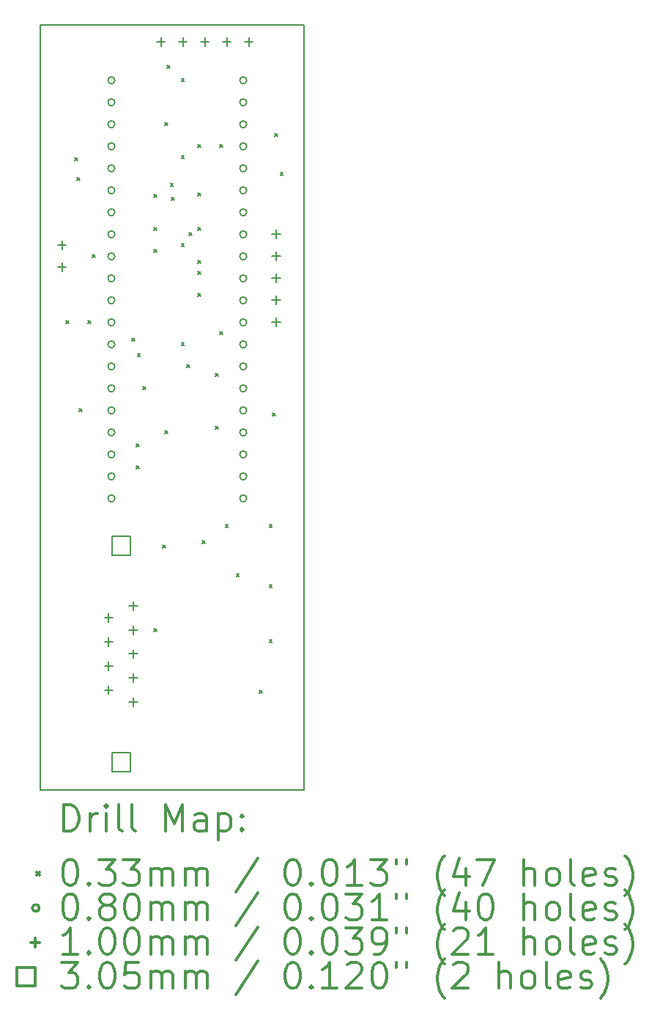
<source format=gbr>
%FSLAX45Y45*%
G04 Gerber Fmt 4.5, Leading zero omitted, Abs format (unit mm)*
G04 Created by KiCad (PCBNEW (5.1.5)-3) date 2020-01-05 20:33:49*
%MOMM*%
%LPD*%
G04 APERTURE LIST*
%TA.AperFunction,Profile*%
%ADD10C,0.150000*%
%TD*%
%ADD11C,0.200000*%
%ADD12C,0.300000*%
G04 APERTURE END LIST*
D10*
X9334500Y-18351500D02*
X9334500Y-9525000D01*
X12382500Y-18351500D02*
X9334500Y-18351500D01*
X12382500Y-9525000D02*
X12382500Y-18351500D01*
X9334500Y-9525000D02*
X12382500Y-9525000D01*
D11*
X9635490Y-12937490D02*
X9668510Y-12970510D01*
X9668510Y-12937490D02*
X9635490Y-12970510D01*
X9737090Y-11057890D02*
X9770110Y-11090910D01*
X9770110Y-11057890D02*
X9737090Y-11090910D01*
X9762490Y-11286490D02*
X9795510Y-11319510D01*
X9795510Y-11286490D02*
X9762490Y-11319510D01*
X9787890Y-13953490D02*
X9820910Y-13986510D01*
X9820910Y-13953490D02*
X9787890Y-13986510D01*
X9889490Y-12937490D02*
X9922510Y-12970510D01*
X9922510Y-12937490D02*
X9889490Y-12970510D01*
X9940290Y-12175490D02*
X9973310Y-12208510D01*
X9973310Y-12175490D02*
X9940290Y-12208510D01*
X10397490Y-13140690D02*
X10430510Y-13173710D01*
X10430510Y-13140690D02*
X10397490Y-13173710D01*
X10448290Y-14359890D02*
X10481310Y-14392910D01*
X10481310Y-14359890D02*
X10448290Y-14392910D01*
X10448290Y-14613890D02*
X10481310Y-14646910D01*
X10481310Y-14613890D02*
X10448290Y-14646910D01*
X10460990Y-13318490D02*
X10494010Y-13351510D01*
X10494010Y-13318490D02*
X10460990Y-13351510D01*
X10524490Y-13699490D02*
X10557510Y-13732510D01*
X10557510Y-13699490D02*
X10524490Y-13732510D01*
X10651490Y-11476990D02*
X10684510Y-11510010D01*
X10684510Y-11476990D02*
X10651490Y-11510010D01*
X10651490Y-11857990D02*
X10684510Y-11891010D01*
X10684510Y-11857990D02*
X10651490Y-11891010D01*
X10651490Y-12111990D02*
X10684510Y-12145010D01*
X10684510Y-12111990D02*
X10651490Y-12145010D01*
X10651490Y-16493490D02*
X10684510Y-16526510D01*
X10684510Y-16493490D02*
X10651490Y-16526510D01*
X10753090Y-15528290D02*
X10786110Y-15561310D01*
X10786110Y-15528290D02*
X10753090Y-15561310D01*
X10778490Y-10651490D02*
X10811510Y-10684510D01*
X10811510Y-10651490D02*
X10778490Y-10684510D01*
X10778490Y-14207490D02*
X10811510Y-14240510D01*
X10811510Y-14207490D02*
X10778490Y-14240510D01*
X10803890Y-9991090D02*
X10836910Y-10024110D01*
X10836910Y-9991090D02*
X10803890Y-10024110D01*
X10841990Y-11349990D02*
X10875010Y-11383010D01*
X10875010Y-11349990D02*
X10841990Y-11383010D01*
X10854690Y-11515090D02*
X10887710Y-11548110D01*
X10887710Y-11515090D02*
X10854690Y-11548110D01*
X10968990Y-10143490D02*
X11002010Y-10176510D01*
X11002010Y-10143490D02*
X10968990Y-10176510D01*
X10968990Y-11032490D02*
X11002010Y-11065510D01*
X11002010Y-11032490D02*
X10968990Y-11065510D01*
X10968990Y-12048490D02*
X11002010Y-12081510D01*
X11002010Y-12048490D02*
X10968990Y-12081510D01*
X10968990Y-13191490D02*
X11002010Y-13224510D01*
X11002010Y-13191490D02*
X10968990Y-13224510D01*
X11032490Y-13445490D02*
X11065510Y-13478510D01*
X11065510Y-13445490D02*
X11032490Y-13478510D01*
X11057890Y-11921490D02*
X11090910Y-11954510D01*
X11090910Y-11921490D02*
X11057890Y-11954510D01*
X11159490Y-10905490D02*
X11192510Y-10938510D01*
X11192510Y-10905490D02*
X11159490Y-10938510D01*
X11159490Y-11464290D02*
X11192510Y-11497310D01*
X11192510Y-11464290D02*
X11159490Y-11497310D01*
X11159490Y-11857990D02*
X11192510Y-11891010D01*
X11192510Y-11857990D02*
X11159490Y-11891010D01*
X11159490Y-12238990D02*
X11192510Y-12272010D01*
X11192510Y-12238990D02*
X11159490Y-12272010D01*
X11159490Y-12365990D02*
X11192510Y-12399010D01*
X11192510Y-12365990D02*
X11159490Y-12399010D01*
X11159490Y-12619990D02*
X11192510Y-12653010D01*
X11192510Y-12619990D02*
X11159490Y-12653010D01*
X11210290Y-15477490D02*
X11243310Y-15510510D01*
X11243310Y-15477490D02*
X11210290Y-15510510D01*
X11362690Y-13547090D02*
X11395710Y-13580110D01*
X11395710Y-13547090D02*
X11362690Y-13580110D01*
X11362690Y-14156690D02*
X11395710Y-14189710D01*
X11395710Y-14156690D02*
X11362690Y-14189710D01*
X11413490Y-10905490D02*
X11446510Y-10938510D01*
X11446510Y-10905490D02*
X11413490Y-10938510D01*
X11413490Y-13064490D02*
X11446510Y-13097510D01*
X11446510Y-13064490D02*
X11413490Y-13097510D01*
X11476990Y-15286990D02*
X11510010Y-15320010D01*
X11510010Y-15286990D02*
X11476990Y-15320010D01*
X11603990Y-15858490D02*
X11637010Y-15891510D01*
X11637010Y-15858490D02*
X11603990Y-15891510D01*
X11870690Y-17204690D02*
X11903710Y-17237710D01*
X11903710Y-17204690D02*
X11870690Y-17237710D01*
X11984990Y-15286990D02*
X12018010Y-15320010D01*
X12018010Y-15286990D02*
X11984990Y-15320010D01*
X11984990Y-15985490D02*
X12018010Y-16018510D01*
X12018010Y-15985490D02*
X11984990Y-16018510D01*
X11984990Y-16620490D02*
X12018010Y-16653510D01*
X12018010Y-16620490D02*
X11984990Y-16653510D01*
X12023090Y-14004290D02*
X12056110Y-14037310D01*
X12056110Y-14004290D02*
X12023090Y-14037310D01*
X12048490Y-10778490D02*
X12081510Y-10811510D01*
X12081510Y-10778490D02*
X12048490Y-10811510D01*
X12111990Y-11222990D02*
X12145010Y-11256010D01*
X12145010Y-11222990D02*
X12111990Y-11256010D01*
X10200000Y-10160000D02*
G75*
G03X10200000Y-10160000I-40000J0D01*
G01*
X10200000Y-10414000D02*
G75*
G03X10200000Y-10414000I-40000J0D01*
G01*
X10200000Y-10668000D02*
G75*
G03X10200000Y-10668000I-40000J0D01*
G01*
X10200000Y-10922000D02*
G75*
G03X10200000Y-10922000I-40000J0D01*
G01*
X10200000Y-11176000D02*
G75*
G03X10200000Y-11176000I-40000J0D01*
G01*
X10200000Y-11430000D02*
G75*
G03X10200000Y-11430000I-40000J0D01*
G01*
X10200000Y-11684000D02*
G75*
G03X10200000Y-11684000I-40000J0D01*
G01*
X10200000Y-11938000D02*
G75*
G03X10200000Y-11938000I-40000J0D01*
G01*
X10200000Y-12192000D02*
G75*
G03X10200000Y-12192000I-40000J0D01*
G01*
X10200000Y-12446000D02*
G75*
G03X10200000Y-12446000I-40000J0D01*
G01*
X10200000Y-12700000D02*
G75*
G03X10200000Y-12700000I-40000J0D01*
G01*
X10200000Y-12954000D02*
G75*
G03X10200000Y-12954000I-40000J0D01*
G01*
X10200000Y-13208000D02*
G75*
G03X10200000Y-13208000I-40000J0D01*
G01*
X10200000Y-13462000D02*
G75*
G03X10200000Y-13462000I-40000J0D01*
G01*
X10200000Y-13716000D02*
G75*
G03X10200000Y-13716000I-40000J0D01*
G01*
X10200000Y-13970000D02*
G75*
G03X10200000Y-13970000I-40000J0D01*
G01*
X10200000Y-14224000D02*
G75*
G03X10200000Y-14224000I-40000J0D01*
G01*
X10200000Y-14478000D02*
G75*
G03X10200000Y-14478000I-40000J0D01*
G01*
X10200000Y-14732000D02*
G75*
G03X10200000Y-14732000I-40000J0D01*
G01*
X10200000Y-14986000D02*
G75*
G03X10200000Y-14986000I-40000J0D01*
G01*
X11724000Y-10160000D02*
G75*
G03X11724000Y-10160000I-40000J0D01*
G01*
X11724000Y-10414000D02*
G75*
G03X11724000Y-10414000I-40000J0D01*
G01*
X11724000Y-10668000D02*
G75*
G03X11724000Y-10668000I-40000J0D01*
G01*
X11724000Y-10922000D02*
G75*
G03X11724000Y-10922000I-40000J0D01*
G01*
X11724000Y-11176000D02*
G75*
G03X11724000Y-11176000I-40000J0D01*
G01*
X11724000Y-11430000D02*
G75*
G03X11724000Y-11430000I-40000J0D01*
G01*
X11724000Y-11684000D02*
G75*
G03X11724000Y-11684000I-40000J0D01*
G01*
X11724000Y-11938000D02*
G75*
G03X11724000Y-11938000I-40000J0D01*
G01*
X11724000Y-12192000D02*
G75*
G03X11724000Y-12192000I-40000J0D01*
G01*
X11724000Y-12446000D02*
G75*
G03X11724000Y-12446000I-40000J0D01*
G01*
X11724000Y-12700000D02*
G75*
G03X11724000Y-12700000I-40000J0D01*
G01*
X11724000Y-12954000D02*
G75*
G03X11724000Y-12954000I-40000J0D01*
G01*
X11724000Y-13208000D02*
G75*
G03X11724000Y-13208000I-40000J0D01*
G01*
X11724000Y-13462000D02*
G75*
G03X11724000Y-13462000I-40000J0D01*
G01*
X11724000Y-13716000D02*
G75*
G03X11724000Y-13716000I-40000J0D01*
G01*
X11724000Y-13970000D02*
G75*
G03X11724000Y-13970000I-40000J0D01*
G01*
X11724000Y-14224000D02*
G75*
G03X11724000Y-14224000I-40000J0D01*
G01*
X11724000Y-14478000D02*
G75*
G03X11724000Y-14478000I-40000J0D01*
G01*
X11724000Y-14732000D02*
G75*
G03X11724000Y-14732000I-40000J0D01*
G01*
X11724000Y-14986000D02*
G75*
G03X11724000Y-14986000I-40000J0D01*
G01*
X9588500Y-12015000D02*
X9588500Y-12115000D01*
X9538500Y-12065000D02*
X9638500Y-12065000D01*
X9588500Y-12269000D02*
X9588500Y-12369000D01*
X9538500Y-12319000D02*
X9638500Y-12319000D01*
X10130000Y-16316000D02*
X10130000Y-16416000D01*
X10080000Y-16366000D02*
X10180000Y-16366000D01*
X10130000Y-16593000D02*
X10130000Y-16693000D01*
X10080000Y-16643000D02*
X10180000Y-16643000D01*
X10130000Y-16870000D02*
X10130000Y-16970000D01*
X10080000Y-16920000D02*
X10180000Y-16920000D01*
X10130000Y-17147000D02*
X10130000Y-17247000D01*
X10080000Y-17197000D02*
X10180000Y-17197000D01*
X10414000Y-16177500D02*
X10414000Y-16277500D01*
X10364000Y-16227500D02*
X10464000Y-16227500D01*
X10414000Y-16454500D02*
X10414000Y-16554500D01*
X10364000Y-16504500D02*
X10464000Y-16504500D01*
X10414000Y-16731500D02*
X10414000Y-16831500D01*
X10364000Y-16781500D02*
X10464000Y-16781500D01*
X10414000Y-17008500D02*
X10414000Y-17108500D01*
X10364000Y-17058500D02*
X10464000Y-17058500D01*
X10414000Y-17285500D02*
X10414000Y-17385500D01*
X10364000Y-17335500D02*
X10464000Y-17335500D01*
X12065000Y-11888000D02*
X12065000Y-11988000D01*
X12015000Y-11938000D02*
X12115000Y-11938000D01*
X12065000Y-12142000D02*
X12065000Y-12242000D01*
X12015000Y-12192000D02*
X12115000Y-12192000D01*
X12065000Y-12396000D02*
X12065000Y-12496000D01*
X12015000Y-12446000D02*
X12115000Y-12446000D01*
X12065000Y-12650000D02*
X12065000Y-12750000D01*
X12015000Y-12700000D02*
X12115000Y-12700000D01*
X12065000Y-12904000D02*
X12065000Y-13004000D01*
X12015000Y-12954000D02*
X12115000Y-12954000D01*
X10731500Y-9665500D02*
X10731500Y-9765500D01*
X10681500Y-9715500D02*
X10781500Y-9715500D01*
X10985500Y-9665500D02*
X10985500Y-9765500D01*
X10935500Y-9715500D02*
X11035500Y-9715500D01*
X11239500Y-9665500D02*
X11239500Y-9765500D01*
X11189500Y-9715500D02*
X11289500Y-9715500D01*
X11493500Y-9665500D02*
X11493500Y-9765500D01*
X11443500Y-9715500D02*
X11543500Y-9715500D01*
X11747500Y-9665500D02*
X11747500Y-9765500D01*
X11697500Y-9715500D02*
X11797500Y-9715500D01*
X10379835Y-15639835D02*
X10379835Y-15424165D01*
X10164165Y-15424165D01*
X10164165Y-15639835D01*
X10379835Y-15639835D01*
X10379835Y-18138835D02*
X10379835Y-17923165D01*
X10164165Y-17923165D01*
X10164165Y-18138835D01*
X10379835Y-18138835D01*
D12*
X9613428Y-18824714D02*
X9613428Y-18524714D01*
X9684857Y-18524714D01*
X9727714Y-18539000D01*
X9756286Y-18567572D01*
X9770571Y-18596143D01*
X9784857Y-18653286D01*
X9784857Y-18696143D01*
X9770571Y-18753286D01*
X9756286Y-18781857D01*
X9727714Y-18810429D01*
X9684857Y-18824714D01*
X9613428Y-18824714D01*
X9913428Y-18824714D02*
X9913428Y-18624714D01*
X9913428Y-18681857D02*
X9927714Y-18653286D01*
X9942000Y-18639000D01*
X9970571Y-18624714D01*
X9999143Y-18624714D01*
X10099143Y-18824714D02*
X10099143Y-18624714D01*
X10099143Y-18524714D02*
X10084857Y-18539000D01*
X10099143Y-18553286D01*
X10113428Y-18539000D01*
X10099143Y-18524714D01*
X10099143Y-18553286D01*
X10284857Y-18824714D02*
X10256286Y-18810429D01*
X10242000Y-18781857D01*
X10242000Y-18524714D01*
X10442000Y-18824714D02*
X10413428Y-18810429D01*
X10399143Y-18781857D01*
X10399143Y-18524714D01*
X10784857Y-18824714D02*
X10784857Y-18524714D01*
X10884857Y-18739000D01*
X10984857Y-18524714D01*
X10984857Y-18824714D01*
X11256286Y-18824714D02*
X11256286Y-18667572D01*
X11242000Y-18639000D01*
X11213428Y-18624714D01*
X11156286Y-18624714D01*
X11127714Y-18639000D01*
X11256286Y-18810429D02*
X11227714Y-18824714D01*
X11156286Y-18824714D01*
X11127714Y-18810429D01*
X11113428Y-18781857D01*
X11113428Y-18753286D01*
X11127714Y-18724714D01*
X11156286Y-18710429D01*
X11227714Y-18710429D01*
X11256286Y-18696143D01*
X11399143Y-18624714D02*
X11399143Y-18924714D01*
X11399143Y-18639000D02*
X11427714Y-18624714D01*
X11484857Y-18624714D01*
X11513428Y-18639000D01*
X11527714Y-18653286D01*
X11542000Y-18681857D01*
X11542000Y-18767572D01*
X11527714Y-18796143D01*
X11513428Y-18810429D01*
X11484857Y-18824714D01*
X11427714Y-18824714D01*
X11399143Y-18810429D01*
X11670571Y-18796143D02*
X11684857Y-18810429D01*
X11670571Y-18824714D01*
X11656286Y-18810429D01*
X11670571Y-18796143D01*
X11670571Y-18824714D01*
X11670571Y-18639000D02*
X11684857Y-18653286D01*
X11670571Y-18667572D01*
X11656286Y-18653286D01*
X11670571Y-18639000D01*
X11670571Y-18667572D01*
X9293980Y-19302490D02*
X9327000Y-19335510D01*
X9327000Y-19302490D02*
X9293980Y-19335510D01*
X9670571Y-19154714D02*
X9699143Y-19154714D01*
X9727714Y-19169000D01*
X9742000Y-19183286D01*
X9756286Y-19211857D01*
X9770571Y-19269000D01*
X9770571Y-19340429D01*
X9756286Y-19397572D01*
X9742000Y-19426143D01*
X9727714Y-19440429D01*
X9699143Y-19454714D01*
X9670571Y-19454714D01*
X9642000Y-19440429D01*
X9627714Y-19426143D01*
X9613428Y-19397572D01*
X9599143Y-19340429D01*
X9599143Y-19269000D01*
X9613428Y-19211857D01*
X9627714Y-19183286D01*
X9642000Y-19169000D01*
X9670571Y-19154714D01*
X9899143Y-19426143D02*
X9913428Y-19440429D01*
X9899143Y-19454714D01*
X9884857Y-19440429D01*
X9899143Y-19426143D01*
X9899143Y-19454714D01*
X10013428Y-19154714D02*
X10199143Y-19154714D01*
X10099143Y-19269000D01*
X10142000Y-19269000D01*
X10170571Y-19283286D01*
X10184857Y-19297572D01*
X10199143Y-19326143D01*
X10199143Y-19397572D01*
X10184857Y-19426143D01*
X10170571Y-19440429D01*
X10142000Y-19454714D01*
X10056286Y-19454714D01*
X10027714Y-19440429D01*
X10013428Y-19426143D01*
X10299143Y-19154714D02*
X10484857Y-19154714D01*
X10384857Y-19269000D01*
X10427714Y-19269000D01*
X10456286Y-19283286D01*
X10470571Y-19297572D01*
X10484857Y-19326143D01*
X10484857Y-19397572D01*
X10470571Y-19426143D01*
X10456286Y-19440429D01*
X10427714Y-19454714D01*
X10342000Y-19454714D01*
X10313428Y-19440429D01*
X10299143Y-19426143D01*
X10613428Y-19454714D02*
X10613428Y-19254714D01*
X10613428Y-19283286D02*
X10627714Y-19269000D01*
X10656286Y-19254714D01*
X10699143Y-19254714D01*
X10727714Y-19269000D01*
X10742000Y-19297572D01*
X10742000Y-19454714D01*
X10742000Y-19297572D02*
X10756286Y-19269000D01*
X10784857Y-19254714D01*
X10827714Y-19254714D01*
X10856286Y-19269000D01*
X10870571Y-19297572D01*
X10870571Y-19454714D01*
X11013428Y-19454714D02*
X11013428Y-19254714D01*
X11013428Y-19283286D02*
X11027714Y-19269000D01*
X11056286Y-19254714D01*
X11099143Y-19254714D01*
X11127714Y-19269000D01*
X11142000Y-19297572D01*
X11142000Y-19454714D01*
X11142000Y-19297572D02*
X11156286Y-19269000D01*
X11184857Y-19254714D01*
X11227714Y-19254714D01*
X11256286Y-19269000D01*
X11270571Y-19297572D01*
X11270571Y-19454714D01*
X11856286Y-19140429D02*
X11599143Y-19526143D01*
X12242000Y-19154714D02*
X12270571Y-19154714D01*
X12299143Y-19169000D01*
X12313428Y-19183286D01*
X12327714Y-19211857D01*
X12342000Y-19269000D01*
X12342000Y-19340429D01*
X12327714Y-19397572D01*
X12313428Y-19426143D01*
X12299143Y-19440429D01*
X12270571Y-19454714D01*
X12242000Y-19454714D01*
X12213428Y-19440429D01*
X12199143Y-19426143D01*
X12184857Y-19397572D01*
X12170571Y-19340429D01*
X12170571Y-19269000D01*
X12184857Y-19211857D01*
X12199143Y-19183286D01*
X12213428Y-19169000D01*
X12242000Y-19154714D01*
X12470571Y-19426143D02*
X12484857Y-19440429D01*
X12470571Y-19454714D01*
X12456286Y-19440429D01*
X12470571Y-19426143D01*
X12470571Y-19454714D01*
X12670571Y-19154714D02*
X12699143Y-19154714D01*
X12727714Y-19169000D01*
X12742000Y-19183286D01*
X12756286Y-19211857D01*
X12770571Y-19269000D01*
X12770571Y-19340429D01*
X12756286Y-19397572D01*
X12742000Y-19426143D01*
X12727714Y-19440429D01*
X12699143Y-19454714D01*
X12670571Y-19454714D01*
X12642000Y-19440429D01*
X12627714Y-19426143D01*
X12613428Y-19397572D01*
X12599143Y-19340429D01*
X12599143Y-19269000D01*
X12613428Y-19211857D01*
X12627714Y-19183286D01*
X12642000Y-19169000D01*
X12670571Y-19154714D01*
X13056286Y-19454714D02*
X12884857Y-19454714D01*
X12970571Y-19454714D02*
X12970571Y-19154714D01*
X12942000Y-19197572D01*
X12913428Y-19226143D01*
X12884857Y-19240429D01*
X13156286Y-19154714D02*
X13342000Y-19154714D01*
X13242000Y-19269000D01*
X13284857Y-19269000D01*
X13313428Y-19283286D01*
X13327714Y-19297572D01*
X13342000Y-19326143D01*
X13342000Y-19397572D01*
X13327714Y-19426143D01*
X13313428Y-19440429D01*
X13284857Y-19454714D01*
X13199143Y-19454714D01*
X13170571Y-19440429D01*
X13156286Y-19426143D01*
X13456286Y-19154714D02*
X13456286Y-19211857D01*
X13570571Y-19154714D02*
X13570571Y-19211857D01*
X14013428Y-19569000D02*
X13999143Y-19554714D01*
X13970571Y-19511857D01*
X13956286Y-19483286D01*
X13942000Y-19440429D01*
X13927714Y-19369000D01*
X13927714Y-19311857D01*
X13942000Y-19240429D01*
X13956286Y-19197572D01*
X13970571Y-19169000D01*
X13999143Y-19126143D01*
X14013428Y-19111857D01*
X14256286Y-19254714D02*
X14256286Y-19454714D01*
X14184857Y-19140429D02*
X14113428Y-19354714D01*
X14299143Y-19354714D01*
X14384857Y-19154714D02*
X14584857Y-19154714D01*
X14456286Y-19454714D01*
X14927714Y-19454714D02*
X14927714Y-19154714D01*
X15056286Y-19454714D02*
X15056286Y-19297572D01*
X15042000Y-19269000D01*
X15013428Y-19254714D01*
X14970571Y-19254714D01*
X14942000Y-19269000D01*
X14927714Y-19283286D01*
X15242000Y-19454714D02*
X15213428Y-19440429D01*
X15199143Y-19426143D01*
X15184857Y-19397572D01*
X15184857Y-19311857D01*
X15199143Y-19283286D01*
X15213428Y-19269000D01*
X15242000Y-19254714D01*
X15284857Y-19254714D01*
X15313428Y-19269000D01*
X15327714Y-19283286D01*
X15342000Y-19311857D01*
X15342000Y-19397572D01*
X15327714Y-19426143D01*
X15313428Y-19440429D01*
X15284857Y-19454714D01*
X15242000Y-19454714D01*
X15513428Y-19454714D02*
X15484857Y-19440429D01*
X15470571Y-19411857D01*
X15470571Y-19154714D01*
X15742000Y-19440429D02*
X15713428Y-19454714D01*
X15656286Y-19454714D01*
X15627714Y-19440429D01*
X15613428Y-19411857D01*
X15613428Y-19297572D01*
X15627714Y-19269000D01*
X15656286Y-19254714D01*
X15713428Y-19254714D01*
X15742000Y-19269000D01*
X15756286Y-19297572D01*
X15756286Y-19326143D01*
X15613428Y-19354714D01*
X15870571Y-19440429D02*
X15899143Y-19454714D01*
X15956286Y-19454714D01*
X15984857Y-19440429D01*
X15999143Y-19411857D01*
X15999143Y-19397572D01*
X15984857Y-19369000D01*
X15956286Y-19354714D01*
X15913428Y-19354714D01*
X15884857Y-19340429D01*
X15870571Y-19311857D01*
X15870571Y-19297572D01*
X15884857Y-19269000D01*
X15913428Y-19254714D01*
X15956286Y-19254714D01*
X15984857Y-19269000D01*
X16099143Y-19569000D02*
X16113428Y-19554714D01*
X16142000Y-19511857D01*
X16156286Y-19483286D01*
X16170571Y-19440429D01*
X16184857Y-19369000D01*
X16184857Y-19311857D01*
X16170571Y-19240429D01*
X16156286Y-19197572D01*
X16142000Y-19169000D01*
X16113428Y-19126143D01*
X16099143Y-19111857D01*
X9327000Y-19715000D02*
G75*
G03X9327000Y-19715000I-40000J0D01*
G01*
X9670571Y-19550714D02*
X9699143Y-19550714D01*
X9727714Y-19565000D01*
X9742000Y-19579286D01*
X9756286Y-19607857D01*
X9770571Y-19665000D01*
X9770571Y-19736429D01*
X9756286Y-19793572D01*
X9742000Y-19822143D01*
X9727714Y-19836429D01*
X9699143Y-19850714D01*
X9670571Y-19850714D01*
X9642000Y-19836429D01*
X9627714Y-19822143D01*
X9613428Y-19793572D01*
X9599143Y-19736429D01*
X9599143Y-19665000D01*
X9613428Y-19607857D01*
X9627714Y-19579286D01*
X9642000Y-19565000D01*
X9670571Y-19550714D01*
X9899143Y-19822143D02*
X9913428Y-19836429D01*
X9899143Y-19850714D01*
X9884857Y-19836429D01*
X9899143Y-19822143D01*
X9899143Y-19850714D01*
X10084857Y-19679286D02*
X10056286Y-19665000D01*
X10042000Y-19650714D01*
X10027714Y-19622143D01*
X10027714Y-19607857D01*
X10042000Y-19579286D01*
X10056286Y-19565000D01*
X10084857Y-19550714D01*
X10142000Y-19550714D01*
X10170571Y-19565000D01*
X10184857Y-19579286D01*
X10199143Y-19607857D01*
X10199143Y-19622143D01*
X10184857Y-19650714D01*
X10170571Y-19665000D01*
X10142000Y-19679286D01*
X10084857Y-19679286D01*
X10056286Y-19693572D01*
X10042000Y-19707857D01*
X10027714Y-19736429D01*
X10027714Y-19793572D01*
X10042000Y-19822143D01*
X10056286Y-19836429D01*
X10084857Y-19850714D01*
X10142000Y-19850714D01*
X10170571Y-19836429D01*
X10184857Y-19822143D01*
X10199143Y-19793572D01*
X10199143Y-19736429D01*
X10184857Y-19707857D01*
X10170571Y-19693572D01*
X10142000Y-19679286D01*
X10384857Y-19550714D02*
X10413428Y-19550714D01*
X10442000Y-19565000D01*
X10456286Y-19579286D01*
X10470571Y-19607857D01*
X10484857Y-19665000D01*
X10484857Y-19736429D01*
X10470571Y-19793572D01*
X10456286Y-19822143D01*
X10442000Y-19836429D01*
X10413428Y-19850714D01*
X10384857Y-19850714D01*
X10356286Y-19836429D01*
X10342000Y-19822143D01*
X10327714Y-19793572D01*
X10313428Y-19736429D01*
X10313428Y-19665000D01*
X10327714Y-19607857D01*
X10342000Y-19579286D01*
X10356286Y-19565000D01*
X10384857Y-19550714D01*
X10613428Y-19850714D02*
X10613428Y-19650714D01*
X10613428Y-19679286D02*
X10627714Y-19665000D01*
X10656286Y-19650714D01*
X10699143Y-19650714D01*
X10727714Y-19665000D01*
X10742000Y-19693572D01*
X10742000Y-19850714D01*
X10742000Y-19693572D02*
X10756286Y-19665000D01*
X10784857Y-19650714D01*
X10827714Y-19650714D01*
X10856286Y-19665000D01*
X10870571Y-19693572D01*
X10870571Y-19850714D01*
X11013428Y-19850714D02*
X11013428Y-19650714D01*
X11013428Y-19679286D02*
X11027714Y-19665000D01*
X11056286Y-19650714D01*
X11099143Y-19650714D01*
X11127714Y-19665000D01*
X11142000Y-19693572D01*
X11142000Y-19850714D01*
X11142000Y-19693572D02*
X11156286Y-19665000D01*
X11184857Y-19650714D01*
X11227714Y-19650714D01*
X11256286Y-19665000D01*
X11270571Y-19693572D01*
X11270571Y-19850714D01*
X11856286Y-19536429D02*
X11599143Y-19922143D01*
X12242000Y-19550714D02*
X12270571Y-19550714D01*
X12299143Y-19565000D01*
X12313428Y-19579286D01*
X12327714Y-19607857D01*
X12342000Y-19665000D01*
X12342000Y-19736429D01*
X12327714Y-19793572D01*
X12313428Y-19822143D01*
X12299143Y-19836429D01*
X12270571Y-19850714D01*
X12242000Y-19850714D01*
X12213428Y-19836429D01*
X12199143Y-19822143D01*
X12184857Y-19793572D01*
X12170571Y-19736429D01*
X12170571Y-19665000D01*
X12184857Y-19607857D01*
X12199143Y-19579286D01*
X12213428Y-19565000D01*
X12242000Y-19550714D01*
X12470571Y-19822143D02*
X12484857Y-19836429D01*
X12470571Y-19850714D01*
X12456286Y-19836429D01*
X12470571Y-19822143D01*
X12470571Y-19850714D01*
X12670571Y-19550714D02*
X12699143Y-19550714D01*
X12727714Y-19565000D01*
X12742000Y-19579286D01*
X12756286Y-19607857D01*
X12770571Y-19665000D01*
X12770571Y-19736429D01*
X12756286Y-19793572D01*
X12742000Y-19822143D01*
X12727714Y-19836429D01*
X12699143Y-19850714D01*
X12670571Y-19850714D01*
X12642000Y-19836429D01*
X12627714Y-19822143D01*
X12613428Y-19793572D01*
X12599143Y-19736429D01*
X12599143Y-19665000D01*
X12613428Y-19607857D01*
X12627714Y-19579286D01*
X12642000Y-19565000D01*
X12670571Y-19550714D01*
X12870571Y-19550714D02*
X13056286Y-19550714D01*
X12956286Y-19665000D01*
X12999143Y-19665000D01*
X13027714Y-19679286D01*
X13042000Y-19693572D01*
X13056286Y-19722143D01*
X13056286Y-19793572D01*
X13042000Y-19822143D01*
X13027714Y-19836429D01*
X12999143Y-19850714D01*
X12913428Y-19850714D01*
X12884857Y-19836429D01*
X12870571Y-19822143D01*
X13342000Y-19850714D02*
X13170571Y-19850714D01*
X13256286Y-19850714D02*
X13256286Y-19550714D01*
X13227714Y-19593572D01*
X13199143Y-19622143D01*
X13170571Y-19636429D01*
X13456286Y-19550714D02*
X13456286Y-19607857D01*
X13570571Y-19550714D02*
X13570571Y-19607857D01*
X14013428Y-19965000D02*
X13999143Y-19950714D01*
X13970571Y-19907857D01*
X13956286Y-19879286D01*
X13942000Y-19836429D01*
X13927714Y-19765000D01*
X13927714Y-19707857D01*
X13942000Y-19636429D01*
X13956286Y-19593572D01*
X13970571Y-19565000D01*
X13999143Y-19522143D01*
X14013428Y-19507857D01*
X14256286Y-19650714D02*
X14256286Y-19850714D01*
X14184857Y-19536429D02*
X14113428Y-19750714D01*
X14299143Y-19750714D01*
X14470571Y-19550714D02*
X14499143Y-19550714D01*
X14527714Y-19565000D01*
X14542000Y-19579286D01*
X14556286Y-19607857D01*
X14570571Y-19665000D01*
X14570571Y-19736429D01*
X14556286Y-19793572D01*
X14542000Y-19822143D01*
X14527714Y-19836429D01*
X14499143Y-19850714D01*
X14470571Y-19850714D01*
X14442000Y-19836429D01*
X14427714Y-19822143D01*
X14413428Y-19793572D01*
X14399143Y-19736429D01*
X14399143Y-19665000D01*
X14413428Y-19607857D01*
X14427714Y-19579286D01*
X14442000Y-19565000D01*
X14470571Y-19550714D01*
X14927714Y-19850714D02*
X14927714Y-19550714D01*
X15056286Y-19850714D02*
X15056286Y-19693572D01*
X15042000Y-19665000D01*
X15013428Y-19650714D01*
X14970571Y-19650714D01*
X14942000Y-19665000D01*
X14927714Y-19679286D01*
X15242000Y-19850714D02*
X15213428Y-19836429D01*
X15199143Y-19822143D01*
X15184857Y-19793572D01*
X15184857Y-19707857D01*
X15199143Y-19679286D01*
X15213428Y-19665000D01*
X15242000Y-19650714D01*
X15284857Y-19650714D01*
X15313428Y-19665000D01*
X15327714Y-19679286D01*
X15342000Y-19707857D01*
X15342000Y-19793572D01*
X15327714Y-19822143D01*
X15313428Y-19836429D01*
X15284857Y-19850714D01*
X15242000Y-19850714D01*
X15513428Y-19850714D02*
X15484857Y-19836429D01*
X15470571Y-19807857D01*
X15470571Y-19550714D01*
X15742000Y-19836429D02*
X15713428Y-19850714D01*
X15656286Y-19850714D01*
X15627714Y-19836429D01*
X15613428Y-19807857D01*
X15613428Y-19693572D01*
X15627714Y-19665000D01*
X15656286Y-19650714D01*
X15713428Y-19650714D01*
X15742000Y-19665000D01*
X15756286Y-19693572D01*
X15756286Y-19722143D01*
X15613428Y-19750714D01*
X15870571Y-19836429D02*
X15899143Y-19850714D01*
X15956286Y-19850714D01*
X15984857Y-19836429D01*
X15999143Y-19807857D01*
X15999143Y-19793572D01*
X15984857Y-19765000D01*
X15956286Y-19750714D01*
X15913428Y-19750714D01*
X15884857Y-19736429D01*
X15870571Y-19707857D01*
X15870571Y-19693572D01*
X15884857Y-19665000D01*
X15913428Y-19650714D01*
X15956286Y-19650714D01*
X15984857Y-19665000D01*
X16099143Y-19965000D02*
X16113428Y-19950714D01*
X16142000Y-19907857D01*
X16156286Y-19879286D01*
X16170571Y-19836429D01*
X16184857Y-19765000D01*
X16184857Y-19707857D01*
X16170571Y-19636429D01*
X16156286Y-19593572D01*
X16142000Y-19565000D01*
X16113428Y-19522143D01*
X16099143Y-19507857D01*
X9277000Y-20061000D02*
X9277000Y-20161000D01*
X9227000Y-20111000D02*
X9327000Y-20111000D01*
X9770571Y-20246714D02*
X9599143Y-20246714D01*
X9684857Y-20246714D02*
X9684857Y-19946714D01*
X9656286Y-19989572D01*
X9627714Y-20018143D01*
X9599143Y-20032429D01*
X9899143Y-20218143D02*
X9913428Y-20232429D01*
X9899143Y-20246714D01*
X9884857Y-20232429D01*
X9899143Y-20218143D01*
X9899143Y-20246714D01*
X10099143Y-19946714D02*
X10127714Y-19946714D01*
X10156286Y-19961000D01*
X10170571Y-19975286D01*
X10184857Y-20003857D01*
X10199143Y-20061000D01*
X10199143Y-20132429D01*
X10184857Y-20189572D01*
X10170571Y-20218143D01*
X10156286Y-20232429D01*
X10127714Y-20246714D01*
X10099143Y-20246714D01*
X10070571Y-20232429D01*
X10056286Y-20218143D01*
X10042000Y-20189572D01*
X10027714Y-20132429D01*
X10027714Y-20061000D01*
X10042000Y-20003857D01*
X10056286Y-19975286D01*
X10070571Y-19961000D01*
X10099143Y-19946714D01*
X10384857Y-19946714D02*
X10413428Y-19946714D01*
X10442000Y-19961000D01*
X10456286Y-19975286D01*
X10470571Y-20003857D01*
X10484857Y-20061000D01*
X10484857Y-20132429D01*
X10470571Y-20189572D01*
X10456286Y-20218143D01*
X10442000Y-20232429D01*
X10413428Y-20246714D01*
X10384857Y-20246714D01*
X10356286Y-20232429D01*
X10342000Y-20218143D01*
X10327714Y-20189572D01*
X10313428Y-20132429D01*
X10313428Y-20061000D01*
X10327714Y-20003857D01*
X10342000Y-19975286D01*
X10356286Y-19961000D01*
X10384857Y-19946714D01*
X10613428Y-20246714D02*
X10613428Y-20046714D01*
X10613428Y-20075286D02*
X10627714Y-20061000D01*
X10656286Y-20046714D01*
X10699143Y-20046714D01*
X10727714Y-20061000D01*
X10742000Y-20089572D01*
X10742000Y-20246714D01*
X10742000Y-20089572D02*
X10756286Y-20061000D01*
X10784857Y-20046714D01*
X10827714Y-20046714D01*
X10856286Y-20061000D01*
X10870571Y-20089572D01*
X10870571Y-20246714D01*
X11013428Y-20246714D02*
X11013428Y-20046714D01*
X11013428Y-20075286D02*
X11027714Y-20061000D01*
X11056286Y-20046714D01*
X11099143Y-20046714D01*
X11127714Y-20061000D01*
X11142000Y-20089572D01*
X11142000Y-20246714D01*
X11142000Y-20089572D02*
X11156286Y-20061000D01*
X11184857Y-20046714D01*
X11227714Y-20046714D01*
X11256286Y-20061000D01*
X11270571Y-20089572D01*
X11270571Y-20246714D01*
X11856286Y-19932429D02*
X11599143Y-20318143D01*
X12242000Y-19946714D02*
X12270571Y-19946714D01*
X12299143Y-19961000D01*
X12313428Y-19975286D01*
X12327714Y-20003857D01*
X12342000Y-20061000D01*
X12342000Y-20132429D01*
X12327714Y-20189572D01*
X12313428Y-20218143D01*
X12299143Y-20232429D01*
X12270571Y-20246714D01*
X12242000Y-20246714D01*
X12213428Y-20232429D01*
X12199143Y-20218143D01*
X12184857Y-20189572D01*
X12170571Y-20132429D01*
X12170571Y-20061000D01*
X12184857Y-20003857D01*
X12199143Y-19975286D01*
X12213428Y-19961000D01*
X12242000Y-19946714D01*
X12470571Y-20218143D02*
X12484857Y-20232429D01*
X12470571Y-20246714D01*
X12456286Y-20232429D01*
X12470571Y-20218143D01*
X12470571Y-20246714D01*
X12670571Y-19946714D02*
X12699143Y-19946714D01*
X12727714Y-19961000D01*
X12742000Y-19975286D01*
X12756286Y-20003857D01*
X12770571Y-20061000D01*
X12770571Y-20132429D01*
X12756286Y-20189572D01*
X12742000Y-20218143D01*
X12727714Y-20232429D01*
X12699143Y-20246714D01*
X12670571Y-20246714D01*
X12642000Y-20232429D01*
X12627714Y-20218143D01*
X12613428Y-20189572D01*
X12599143Y-20132429D01*
X12599143Y-20061000D01*
X12613428Y-20003857D01*
X12627714Y-19975286D01*
X12642000Y-19961000D01*
X12670571Y-19946714D01*
X12870571Y-19946714D02*
X13056286Y-19946714D01*
X12956286Y-20061000D01*
X12999143Y-20061000D01*
X13027714Y-20075286D01*
X13042000Y-20089572D01*
X13056286Y-20118143D01*
X13056286Y-20189572D01*
X13042000Y-20218143D01*
X13027714Y-20232429D01*
X12999143Y-20246714D01*
X12913428Y-20246714D01*
X12884857Y-20232429D01*
X12870571Y-20218143D01*
X13199143Y-20246714D02*
X13256286Y-20246714D01*
X13284857Y-20232429D01*
X13299143Y-20218143D01*
X13327714Y-20175286D01*
X13342000Y-20118143D01*
X13342000Y-20003857D01*
X13327714Y-19975286D01*
X13313428Y-19961000D01*
X13284857Y-19946714D01*
X13227714Y-19946714D01*
X13199143Y-19961000D01*
X13184857Y-19975286D01*
X13170571Y-20003857D01*
X13170571Y-20075286D01*
X13184857Y-20103857D01*
X13199143Y-20118143D01*
X13227714Y-20132429D01*
X13284857Y-20132429D01*
X13313428Y-20118143D01*
X13327714Y-20103857D01*
X13342000Y-20075286D01*
X13456286Y-19946714D02*
X13456286Y-20003857D01*
X13570571Y-19946714D02*
X13570571Y-20003857D01*
X14013428Y-20361000D02*
X13999143Y-20346714D01*
X13970571Y-20303857D01*
X13956286Y-20275286D01*
X13942000Y-20232429D01*
X13927714Y-20161000D01*
X13927714Y-20103857D01*
X13942000Y-20032429D01*
X13956286Y-19989572D01*
X13970571Y-19961000D01*
X13999143Y-19918143D01*
X14013428Y-19903857D01*
X14113428Y-19975286D02*
X14127714Y-19961000D01*
X14156286Y-19946714D01*
X14227714Y-19946714D01*
X14256286Y-19961000D01*
X14270571Y-19975286D01*
X14284857Y-20003857D01*
X14284857Y-20032429D01*
X14270571Y-20075286D01*
X14099143Y-20246714D01*
X14284857Y-20246714D01*
X14570571Y-20246714D02*
X14399143Y-20246714D01*
X14484857Y-20246714D02*
X14484857Y-19946714D01*
X14456286Y-19989572D01*
X14427714Y-20018143D01*
X14399143Y-20032429D01*
X14927714Y-20246714D02*
X14927714Y-19946714D01*
X15056286Y-20246714D02*
X15056286Y-20089572D01*
X15042000Y-20061000D01*
X15013428Y-20046714D01*
X14970571Y-20046714D01*
X14942000Y-20061000D01*
X14927714Y-20075286D01*
X15242000Y-20246714D02*
X15213428Y-20232429D01*
X15199143Y-20218143D01*
X15184857Y-20189572D01*
X15184857Y-20103857D01*
X15199143Y-20075286D01*
X15213428Y-20061000D01*
X15242000Y-20046714D01*
X15284857Y-20046714D01*
X15313428Y-20061000D01*
X15327714Y-20075286D01*
X15342000Y-20103857D01*
X15342000Y-20189572D01*
X15327714Y-20218143D01*
X15313428Y-20232429D01*
X15284857Y-20246714D01*
X15242000Y-20246714D01*
X15513428Y-20246714D02*
X15484857Y-20232429D01*
X15470571Y-20203857D01*
X15470571Y-19946714D01*
X15742000Y-20232429D02*
X15713428Y-20246714D01*
X15656286Y-20246714D01*
X15627714Y-20232429D01*
X15613428Y-20203857D01*
X15613428Y-20089572D01*
X15627714Y-20061000D01*
X15656286Y-20046714D01*
X15713428Y-20046714D01*
X15742000Y-20061000D01*
X15756286Y-20089572D01*
X15756286Y-20118143D01*
X15613428Y-20146714D01*
X15870571Y-20232429D02*
X15899143Y-20246714D01*
X15956286Y-20246714D01*
X15984857Y-20232429D01*
X15999143Y-20203857D01*
X15999143Y-20189572D01*
X15984857Y-20161000D01*
X15956286Y-20146714D01*
X15913428Y-20146714D01*
X15884857Y-20132429D01*
X15870571Y-20103857D01*
X15870571Y-20089572D01*
X15884857Y-20061000D01*
X15913428Y-20046714D01*
X15956286Y-20046714D01*
X15984857Y-20061000D01*
X16099143Y-20361000D02*
X16113428Y-20346714D01*
X16142000Y-20303857D01*
X16156286Y-20275286D01*
X16170571Y-20232429D01*
X16184857Y-20161000D01*
X16184857Y-20103857D01*
X16170571Y-20032429D01*
X16156286Y-19989572D01*
X16142000Y-19961000D01*
X16113428Y-19918143D01*
X16099143Y-19903857D01*
X9282335Y-20614835D02*
X9282335Y-20399165D01*
X9066665Y-20399165D01*
X9066665Y-20614835D01*
X9282335Y-20614835D01*
X9584857Y-20342714D02*
X9770571Y-20342714D01*
X9670571Y-20457000D01*
X9713428Y-20457000D01*
X9742000Y-20471286D01*
X9756286Y-20485572D01*
X9770571Y-20514143D01*
X9770571Y-20585572D01*
X9756286Y-20614143D01*
X9742000Y-20628429D01*
X9713428Y-20642714D01*
X9627714Y-20642714D01*
X9599143Y-20628429D01*
X9584857Y-20614143D01*
X9899143Y-20614143D02*
X9913428Y-20628429D01*
X9899143Y-20642714D01*
X9884857Y-20628429D01*
X9899143Y-20614143D01*
X9899143Y-20642714D01*
X10099143Y-20342714D02*
X10127714Y-20342714D01*
X10156286Y-20357000D01*
X10170571Y-20371286D01*
X10184857Y-20399857D01*
X10199143Y-20457000D01*
X10199143Y-20528429D01*
X10184857Y-20585572D01*
X10170571Y-20614143D01*
X10156286Y-20628429D01*
X10127714Y-20642714D01*
X10099143Y-20642714D01*
X10070571Y-20628429D01*
X10056286Y-20614143D01*
X10042000Y-20585572D01*
X10027714Y-20528429D01*
X10027714Y-20457000D01*
X10042000Y-20399857D01*
X10056286Y-20371286D01*
X10070571Y-20357000D01*
X10099143Y-20342714D01*
X10470571Y-20342714D02*
X10327714Y-20342714D01*
X10313428Y-20485572D01*
X10327714Y-20471286D01*
X10356286Y-20457000D01*
X10427714Y-20457000D01*
X10456286Y-20471286D01*
X10470571Y-20485572D01*
X10484857Y-20514143D01*
X10484857Y-20585572D01*
X10470571Y-20614143D01*
X10456286Y-20628429D01*
X10427714Y-20642714D01*
X10356286Y-20642714D01*
X10327714Y-20628429D01*
X10313428Y-20614143D01*
X10613428Y-20642714D02*
X10613428Y-20442714D01*
X10613428Y-20471286D02*
X10627714Y-20457000D01*
X10656286Y-20442714D01*
X10699143Y-20442714D01*
X10727714Y-20457000D01*
X10742000Y-20485572D01*
X10742000Y-20642714D01*
X10742000Y-20485572D02*
X10756286Y-20457000D01*
X10784857Y-20442714D01*
X10827714Y-20442714D01*
X10856286Y-20457000D01*
X10870571Y-20485572D01*
X10870571Y-20642714D01*
X11013428Y-20642714D02*
X11013428Y-20442714D01*
X11013428Y-20471286D02*
X11027714Y-20457000D01*
X11056286Y-20442714D01*
X11099143Y-20442714D01*
X11127714Y-20457000D01*
X11142000Y-20485572D01*
X11142000Y-20642714D01*
X11142000Y-20485572D02*
X11156286Y-20457000D01*
X11184857Y-20442714D01*
X11227714Y-20442714D01*
X11256286Y-20457000D01*
X11270571Y-20485572D01*
X11270571Y-20642714D01*
X11856286Y-20328429D02*
X11599143Y-20714143D01*
X12242000Y-20342714D02*
X12270571Y-20342714D01*
X12299143Y-20357000D01*
X12313428Y-20371286D01*
X12327714Y-20399857D01*
X12342000Y-20457000D01*
X12342000Y-20528429D01*
X12327714Y-20585572D01*
X12313428Y-20614143D01*
X12299143Y-20628429D01*
X12270571Y-20642714D01*
X12242000Y-20642714D01*
X12213428Y-20628429D01*
X12199143Y-20614143D01*
X12184857Y-20585572D01*
X12170571Y-20528429D01*
X12170571Y-20457000D01*
X12184857Y-20399857D01*
X12199143Y-20371286D01*
X12213428Y-20357000D01*
X12242000Y-20342714D01*
X12470571Y-20614143D02*
X12484857Y-20628429D01*
X12470571Y-20642714D01*
X12456286Y-20628429D01*
X12470571Y-20614143D01*
X12470571Y-20642714D01*
X12770571Y-20642714D02*
X12599143Y-20642714D01*
X12684857Y-20642714D02*
X12684857Y-20342714D01*
X12656286Y-20385572D01*
X12627714Y-20414143D01*
X12599143Y-20428429D01*
X12884857Y-20371286D02*
X12899143Y-20357000D01*
X12927714Y-20342714D01*
X12999143Y-20342714D01*
X13027714Y-20357000D01*
X13042000Y-20371286D01*
X13056286Y-20399857D01*
X13056286Y-20428429D01*
X13042000Y-20471286D01*
X12870571Y-20642714D01*
X13056286Y-20642714D01*
X13242000Y-20342714D02*
X13270571Y-20342714D01*
X13299143Y-20357000D01*
X13313428Y-20371286D01*
X13327714Y-20399857D01*
X13342000Y-20457000D01*
X13342000Y-20528429D01*
X13327714Y-20585572D01*
X13313428Y-20614143D01*
X13299143Y-20628429D01*
X13270571Y-20642714D01*
X13242000Y-20642714D01*
X13213428Y-20628429D01*
X13199143Y-20614143D01*
X13184857Y-20585572D01*
X13170571Y-20528429D01*
X13170571Y-20457000D01*
X13184857Y-20399857D01*
X13199143Y-20371286D01*
X13213428Y-20357000D01*
X13242000Y-20342714D01*
X13456286Y-20342714D02*
X13456286Y-20399857D01*
X13570571Y-20342714D02*
X13570571Y-20399857D01*
X14013428Y-20757000D02*
X13999143Y-20742714D01*
X13970571Y-20699857D01*
X13956286Y-20671286D01*
X13942000Y-20628429D01*
X13927714Y-20557000D01*
X13927714Y-20499857D01*
X13942000Y-20428429D01*
X13956286Y-20385572D01*
X13970571Y-20357000D01*
X13999143Y-20314143D01*
X14013428Y-20299857D01*
X14113428Y-20371286D02*
X14127714Y-20357000D01*
X14156286Y-20342714D01*
X14227714Y-20342714D01*
X14256286Y-20357000D01*
X14270571Y-20371286D01*
X14284857Y-20399857D01*
X14284857Y-20428429D01*
X14270571Y-20471286D01*
X14099143Y-20642714D01*
X14284857Y-20642714D01*
X14642000Y-20642714D02*
X14642000Y-20342714D01*
X14770571Y-20642714D02*
X14770571Y-20485572D01*
X14756286Y-20457000D01*
X14727714Y-20442714D01*
X14684857Y-20442714D01*
X14656286Y-20457000D01*
X14642000Y-20471286D01*
X14956286Y-20642714D02*
X14927714Y-20628429D01*
X14913428Y-20614143D01*
X14899143Y-20585572D01*
X14899143Y-20499857D01*
X14913428Y-20471286D01*
X14927714Y-20457000D01*
X14956286Y-20442714D01*
X14999143Y-20442714D01*
X15027714Y-20457000D01*
X15042000Y-20471286D01*
X15056286Y-20499857D01*
X15056286Y-20585572D01*
X15042000Y-20614143D01*
X15027714Y-20628429D01*
X14999143Y-20642714D01*
X14956286Y-20642714D01*
X15227714Y-20642714D02*
X15199143Y-20628429D01*
X15184857Y-20599857D01*
X15184857Y-20342714D01*
X15456286Y-20628429D02*
X15427714Y-20642714D01*
X15370571Y-20642714D01*
X15342000Y-20628429D01*
X15327714Y-20599857D01*
X15327714Y-20485572D01*
X15342000Y-20457000D01*
X15370571Y-20442714D01*
X15427714Y-20442714D01*
X15456286Y-20457000D01*
X15470571Y-20485572D01*
X15470571Y-20514143D01*
X15327714Y-20542714D01*
X15584857Y-20628429D02*
X15613428Y-20642714D01*
X15670571Y-20642714D01*
X15699143Y-20628429D01*
X15713428Y-20599857D01*
X15713428Y-20585572D01*
X15699143Y-20557000D01*
X15670571Y-20542714D01*
X15627714Y-20542714D01*
X15599143Y-20528429D01*
X15584857Y-20499857D01*
X15584857Y-20485572D01*
X15599143Y-20457000D01*
X15627714Y-20442714D01*
X15670571Y-20442714D01*
X15699143Y-20457000D01*
X15813428Y-20757000D02*
X15827714Y-20742714D01*
X15856286Y-20699857D01*
X15870571Y-20671286D01*
X15884857Y-20628429D01*
X15899143Y-20557000D01*
X15899143Y-20499857D01*
X15884857Y-20428429D01*
X15870571Y-20385572D01*
X15856286Y-20357000D01*
X15827714Y-20314143D01*
X15813428Y-20299857D01*
M02*

</source>
